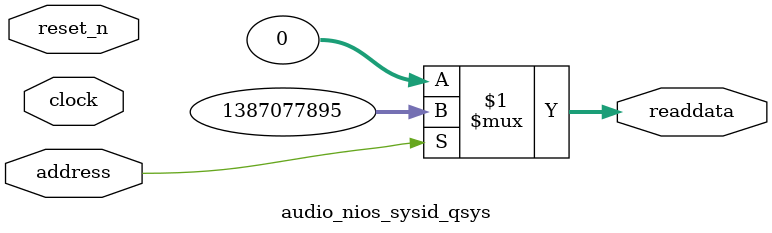
<source format=v>

`timescale 1ns / 1ps
// synthesis translate_on

// turn off superfluous verilog processor warnings 
// altera message_level Level1 
// altera message_off 10034 10035 10036 10037 10230 10240 10030 

module audio_nios_sysid_qsys (
               // inputs:
                address,
                clock,
                reset_n,

               // outputs:
                readdata
             )
;

  output  [ 31: 0] readdata;
  input            address;
  input            clock;
  input            reset_n;

  wire    [ 31: 0] readdata;
  //control_slave, which is an e_avalon_slave
  assign readdata = address ? 1387077895 : 0;

endmodule




</source>
